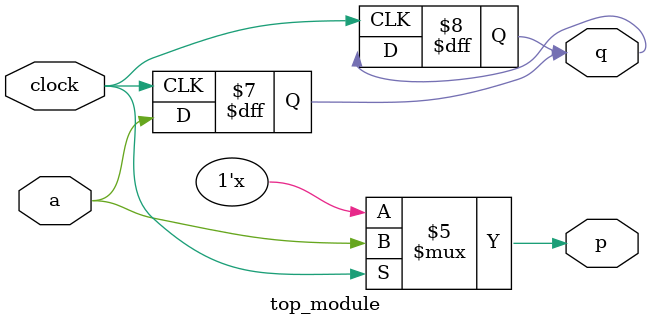
<source format=v>
module top_module (
    input clock,
    input a,
    output reg p,
    output reg q );
    always@(posedge clock)
        begin
            
            q<=q;
        end
    always@(negedge clock)
        begin
            
            q<=a;
        end
    always@(*)
        begin
            if(clock)
                p<=a;
            else
                p<=p;
        end
    
endmodule
</source>
